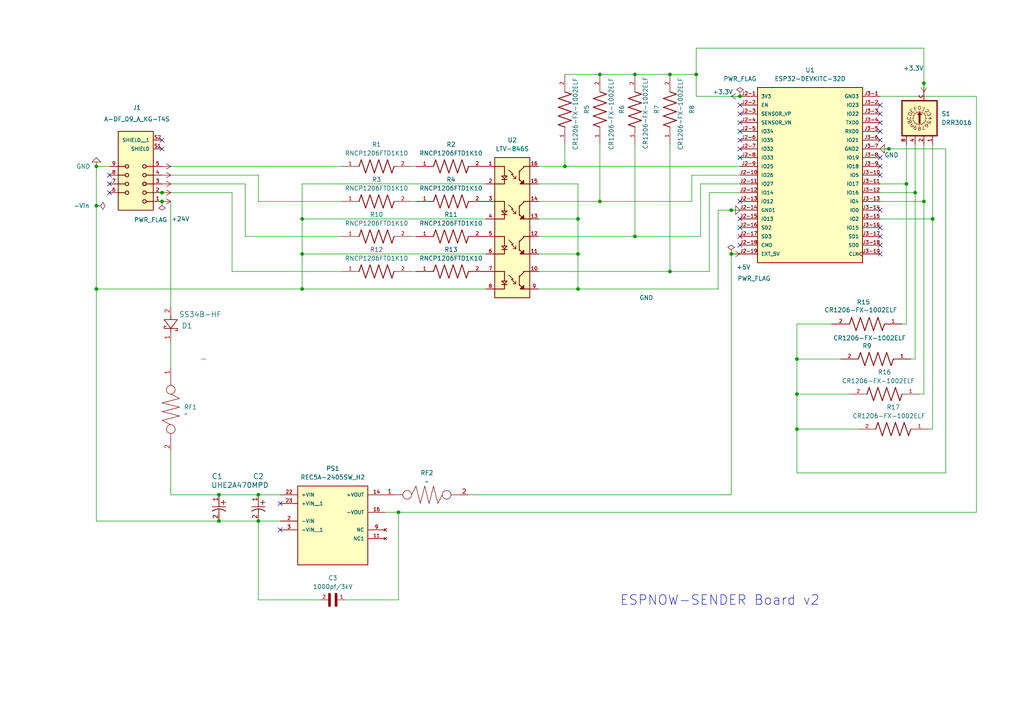
<source format=kicad_sch>
(kicad_sch (version 20250114) (generator "eeschema") (generator_version "9.0")
  (paper "A4")
  (lib_symbols
    (symbol "2025-03-08_07-44-24:SS34B-HF" (pin_names (offset 0.254))
      (property "Reference" "CR" (at 5.08 4.445 0))
      (property "Value" "SS34B-HF" (at 5.08 -3.81 0))
      (symbol "SS34B-HF_0_1"
        (pin unspecified line (at 0 0 0) (length 2.54) (name "") (number "2"))
        (pin unspecified line (at 10.16 0 180) (length 2.54) (name "") (number "1"))
      )
    )
    (symbol "2025-04-04_11-54-12:UHE2A470MPD" (pin_names (offset 0.254))
      (property "Reference" "C" (at 3.81 3.81 0))
      (property "Value" "UHE2A470MPD" (at 3.81 -3.81 0))
      (symbol "UHE2A470MPD_1_1"
        (pin unspecified line (at 0 0 0) (length 2.54) (name "") (number "1"))
        (pin unspecified line (at 7.62 0 180) (length 2.54) (name "") (number "2"))
      )
      (symbol "UHE2A470MPD_1_2"
        (pin unspecified line (at 0 0 270) (length 2.54) (name "") (number "2"))
        (pin unspecified line (at 0 -7.62 90) (length 2.54) (name "") (number "1"))
      )
    )
    (symbol "A-DF_09_A_KG-T4S:A-DF_09_A_KG-T4S" (pin_names (offset 1.016))
      (property "Reference" "J" (at -5.08 10.795 0))
      (property "Value" "A-DF_09_A_KG-T4S" (at -5.08 -15.24 0))
      (symbol "A-DF_09_A_KG-T4S_0_0"
        (pin passive line (at -7.62 7.62 0) (length 2.54) (name "~") (number "1"))
        (pin passive line (at -7.62 5.08 0) (length 2.54) (name "~") (number "2"))
        (pin passive line (at -7.62 2.54 0) (length 2.54) (name "~") (number "3"))
        (pin passive line (at -7.62 0 0) (length 2.54) (name "~") (number "4"))
        (pin passive line (at -7.62 -2.54 0) (length 2.54) (name "~") (number "5"))
        (pin passive line (at -7.62 -7.62 0) (length 2.54) (name "SHIELD") (number "S1"))
        (pin passive line (at -7.62 -10.16 0) (length 2.54) (name "SHIELD__1") (number "S2"))
        (pin passive line (at 7.62 5.08 180) (length 2.54) (name "~") (number "6"))
        (pin passive line (at 7.62 2.54 180) (length 2.54) (name "~") (number "7"))
        (pin passive line (at 7.62 0 180) (length 2.54) (name "~") (number "8"))
        (pin passive line (at 7.62 -2.54 180) (length 2.54) (name "~") (number "9"))
      )
    )
    (symbol "CL31B106KAHNNNE:CL31B106KAHNNNE" (pin_names (offset 1.016))
      (property "Reference" "C" (at 0 3.81 0))
      (property "Value" "CL31B106KAHNNNE" (at 0 -5.08 0))
      (symbol "CL31B106KAHNNNE_0_0"
        (pin passive line (at -2.54 0 0) (length 2.54) (name "~") (number "2"))
        (pin passive line (at 5.08 0 180) (length 2.54) (name "~") (number "1"))
      )
    )
    (symbol "CR1206-FX-1002ELF:CR1206-FX-1002ELF" (pin_names (offset 1.016))
      (property "Reference" "R" (at -7.6244 2.5415 0))
      (property "Value" "CR1206-FX-1002ELF" (at -7.63 -5.0866 0))
      (symbol "CR1206-FX-1002ELF_0_0"
        (pin passive line (at -10.16 0 0) (length 5.08) (name "~") (number "1"))
        (pin passive line (at 10.16 0 180) (length 5.08) (name "~") (number "2"))
      )
    )
    (symbol "DRR3016:DRR3016" (pin_names (offset 1.016))
      (property "Reference" "S" (at -4.4499 -5.0856 90))
      (property "Value" "DRR3016" (at 8.9007 -5.0861 90))
      (symbol "DRR3016_0_0"
        (pin passive line (at -2.54 7.62 270) (length 2.54) (name "~") (number "1"))
        (pin passive line (at 0 7.62 270) (length 2.54) (name "~") (number "2"))
        (pin passive line (at 0 -7.62 90) (length 2.54) (name "~") (number "C"))
        (pin passive line (at 2.54 7.62 270) (length 2.54) (name "~") (number "4"))
        (pin passive line (at 5.08 7.62 270) (length 2.54) (name "~") (number "8"))
      )
    )
    (symbol "ESP32-DEVKITC-32D:ESP32-DEVKITC-32D" (pin_names (offset 1.016))
      (property "Reference" "U" (at -15.2572 26.0643 0))
      (property "Value" "ESP32-DEVKITC-32D" (at -15.2563 -27.9698 0))
      (symbol "ESP32-DEVKITC-32D_0_0"
        (pin power_in line (at -20.32 22.86 0) (length 5.08) (name "3V3") (number "J2-1"))
        (pin input line (at -20.32 20.32 0) (length 5.08) (name "EN") (number "J2-2"))
        (pin input line (at -20.32 17.78 0) (length 5.08) (name "SENSOR_VP") (number "J2-3"))
        (pin input line (at -20.32 15.24 0) (length 5.08) (name "SENSOR_VN") (number "J2-4"))
        (pin bidirectional line (at -20.32 12.7 0) (length 5.08) (name "IO34") (number "J2-5"))
        (pin bidirectional line (at -20.32 10.16 0) (length 5.08) (name "IO35") (number "J2-6"))
        (pin bidirectional line (at -20.32 7.62 0) (length 5.08) (name "IO32") (number "J2-7"))
        (pin bidirectional line (at -20.32 5.08 0) (length 5.08) (name "IO33") (number "J2-8"))
        (pin bidirectional line (at -20.32 2.54 0) (length 5.08) (name "IO25") (number "J2-9"))
        (pin bidirectional line (at -20.32 0 0) (length 5.08) (name "IO26") (number "J2-10"))
        (pin bidirectional line (at -20.32 -2.54 0) (length 5.08) (name "IO27") (number "J2-11"))
        (pin bidirectional line (at -20.32 -5.08 0) (length 5.08) (name "IO14") (number "J2-12"))
        (pin bidirectional line (at -20.32 -7.62 0) (length 5.08) (name "IO12") (number "J2-13"))
        (pin power_in line (at -20.32 -10.16 0) (length 5.08) (name "GND1") (number "J2-14"))
        (pin bidirectional line (at -20.32 -12.7 0) (length 5.08) (name "IO13") (number "J2-15"))
        (pin bidirectional line (at -20.32 -15.24 0) (length 5.08) (name "SD2") (number "J2-16"))
        (pin bidirectional line (at -20.32 -17.78 0) (length 5.08) (name "SD3") (number "J2-17"))
        (pin bidirectional line (at -20.32 -20.32 0) (length 5.08) (name "CMD") (number "J2-18"))
        (pin power_in line (at -20.32 -22.86 0) (length 5.08) (name "EXT_5V") (number "J2-19"))
        (pin power_in line (at 20.32 22.86 180) (length 5.08) (name "GND3") (number "J3-1"))
        (pin bidirectional line (at 20.32 20.32 180) (length 5.08) (name "IO23") (number "J3-2"))
        (pin bidirectional line (at 20.32 17.78 180) (length 5.08) (name "IO22") (number "J3-3"))
        (pin output line (at 20.32 15.24 180) (length 5.08) (name "TXD0") (number "J3-4"))
        (pin input line (at 20.32 12.7 180) (length 5.08) (name "RXD0") (number "J3-5"))
        (pin bidirectional line (at 20.32 10.16 180) (length 5.08) (name "IO21") (number "J3-6"))
        (pin power_in line (at 20.32 7.62 180) (length 5.08) (name "GND2") (number "J3-7"))
        (pin bidirectional line (at 20.32 5.08 180) (length 5.08) (name "IO19") (number "J3-8"))
        (pin bidirectional line (at 20.32 2.54 180) (length 5.08) (name "IO18") (number "J3-9"))
        (pin bidirectional line (at 20.32 0 180) (length 5.08) (name "IO5") (number "J3-10"))
        (pin bidirectional line (at 20.32 -2.54 180) (length 5.08) (name "IO17") (number "J3-11"))
        (pin bidirectional line (at 20.32 -5.08 180) (length 5.08) (name "IO16") (number "J3-12"))
        (pin bidirectional line (at 20.32 -7.62 180) (length 5.08) (name "IO4") (number "J3-13"))
        (pin bidirectional line (at 20.32 -10.16 180) (length 5.08) (name "IO0") (number "J3-14"))
        (pin bidirectional line (at 20.32 -12.7 180) (length 5.08) (name "IO2") (number "J3-15"))
        (pin bidirectional line (at 20.32 -15.24 180) (length 5.08) (name "IO15") (number "J3-16"))
        (pin bidirectional line (at 20.32 -17.78 180) (length 5.08) (name "SD1") (number "J3-17"))
        (pin bidirectional line (at 20.32 -20.32 180) (length 5.08) (name "SD0") (number "J3-18"))
        (pin input clock (at 20.32 -22.86 180) (length 5.08) (name "CLK") (number "J3-19"))
      )
    )
    (symbol "LTV-846S:LTV-846S" (pin_names (offset 1.016))
      (property "Reference" "U" (at -5.08 21.082 0))
      (property "Value" "LTV-846S" (at -5.08 -22.86 0))
      (symbol "LTV-846S_0_0"
        (pin passive line (at -7.62 17.78 0) (length 2.54) (name "~") (number "1"))
        (pin passive line (at -7.62 12.7 0) (length 2.54) (name "~") (number "2"))
        (pin passive line (at -7.62 7.62 0) (length 2.54) (name "~") (number "3"))
        (pin passive line (at -7.62 2.54 0) (length 2.54) (name "~") (number "4"))
        (pin passive line (at -7.62 -2.54 0) (length 2.54) (name "~") (number "5"))
        (pin passive line (at -7.62 -7.62 0) (length 2.54) (name "~") (number "6"))
        (pin passive line (at -7.62 -12.7 0) (length 2.54) (name "~") (number "7"))
        (pin passive line (at -7.62 -17.78 0) (length 2.54) (name "~") (number "8"))
        (pin passive line (at 7.62 17.78 180) (length 2.54) (name "~") (number "16"))
        (pin passive line (at 7.62 12.7 180) (length 2.54) (name "~") (number "15"))
        (pin passive line (at 7.62 7.62 180) (length 2.54) (name "~") (number "14"))
        (pin passive line (at 7.62 2.54 180) (length 2.54) (name "~") (number "13"))
        (pin passive line (at 7.62 -2.54 180) (length 2.54) (name "~") (number "12"))
        (pin passive line (at 7.62 -7.62 180) (length 2.54) (name "~") (number "11"))
        (pin passive line (at 7.62 -12.7 180) (length 2.54) (name "~") (number "10"))
        (pin passive line (at 7.62 -17.78 180) (length 2.54) (name "~") (number "9"))
      )
    )
    (symbol "REC5A-2405SW_H2:REC5A-2405SW_H2" (pin_names (offset 1.016))
      (property "Reference" "PS" (at -10.1639 8.8979 0))
      (property "Value" "REC5A-2405SW_H2" (at -10.1614 -17.7827 0))
      (symbol "REC5A-2405SW_H2_0_0"
        (pin input line (at -15.24 5.08 0) (length 5.08) (name "+VIN") (number "22"))
        (pin input line (at -15.24 2.54 0) (length 5.08) (name "+VIN__1") (number "23"))
        (pin input line (at -15.24 -2.54 0) (length 5.08) (name "-VIN") (number "2"))
        (pin input line (at -15.24 -5.08 0) (length 5.08) (name "-VIN__1") (number "3"))
        (pin output line (at 15.24 5.08 180) (length 5.08) (name "+VOUT") (number "14"))
        (pin output line (at 15.24 0 180) (length 5.08) (name "-VOUT") (number "16"))
        (pin no_connect line (at 15.24 -5.08 180) (length 5.08) (name "NC") (number "9"))
        (pin no_connect line (at 15.24 -7.62 180) (length 5.08) (name "NC1") (number "11"))
      )
    )
    (symbol "RNCP1206FTD1K10:RNCP1206FTD1K10" (pin_names (offset 1.016))
      (property "Reference" "R" (at -7.6244 2.5415 0))
      (property "Value" "RNCP1206FTD1K10" (at -7.63 -5.0866 0))
      (symbol "RNCP1206FTD1K10_0_0"
        (pin passive line (at -10.16 0 0) (length 5.08) (name "~") (number "1"))
        (pin passive line (at 10.16 0 180) (length 5.08) (name "~") (number "2"))
      )
    )
    (symbol "custom_library:reset_fuse"
      (property "Reference" "RF" (at 0 3.81 0))
      (symbol "reset_fuse_1_1"
        (pin bidirectional line (at -12.7 0 0) (length 2.54) (name "") (number "1"))
        (pin bidirectional line (at 11.43 0 180) (length 2.54) (name "") (number "2"))
      )
    )
    (symbol "power:+24V" (power) (pin_numbers (hide yes)) (pin_names (offset 0) (hide yes))
      (property "Value" "+24V" (at 0 3.556 0))
      (symbol "+24V_1_1"
        (pin power_in line (at 0 0 90) (length 0) (name "~") (number "1"))
      )
    )
    (symbol "power:+3.3V" (power) (pin_numbers (hide yes)) (pin_names (offset 0) (hide yes))
      (property "Value" "+3.3V" (at 0 3.556 0))
      (symbol "+3.3V_1_1"
        (pin power_in line (at 0 0 90) (length 0) (name "~") (number "1"))
      )
    )
    (symbol "power:+5V" (power) (pin_numbers (hide yes)) (pin_names (offset 0) (hide yes))
      (property "Value" "+5V" (at 0 3.556 0))
      (symbol "+5V_1_1"
        (pin power_in line (at 0 0 90) (length 0) (name "~") (number "1"))
      )
    )
    (symbol "power:GND" (power) (pin_numbers (hide yes)) (pin_names (offset 0) (hide yes))
      (property "Value" "GND" (at 0 -3.81 0))
      (symbol "GND_1_1"
        (pin power_in line (at 0 0 270) (length 0) (name "~") (number "1"))
      )
    )
    (symbol "power:PWR_FLAG" (power) (pin_numbers (hide yes)) (pin_names (offset 0) (hide yes))
      (property "Value" "PWR_FLAG" (at 0 3.81 0))
      (symbol "PWR_FLAG_0_0"
        (pin power_out line (at 0 0 90) (length 0) (name "~") (number "1"))
      )
    )
  )
  (text "ESPNOW-SENDER Board v2\n" (at 208.788 174.244 0) (effects (font (size 2.794 2.794))))
  (junction (at 262.89 53.34))
  (junction (at 27.94 48.26))
  (junction (at 46.99 55.88))
  (junction (at 231.14 124.46))
  (junction (at 265.43 55.88))
  (junction (at 74.93 151.13))
  (junction (at 194.31 78.74))
  (junction (at 173.99 58.42))
  (junction (at 184.15 68.58))
  (junction (at 63.5 143.51))
  (junction (at 115.57 148.59))
  (junction (at 167.64 73.66))
  (junction (at 212.09 60.96))
  (junction (at 87.63 63.5))
  (junction (at 167.64 83.82))
  (junction (at 27.94 83.82))
  (junction (at 257.81 43.18))
  (junction (at 87.63 73.66))
  (junction (at 27.94 59.69))
  (junction (at 63.5 151.13))
  (junction (at 167.64 63.5))
  (junction (at 184.15 21.59))
  (junction (at 46.99 58.42))
  (junction (at 212.09 73.66))
  (junction (at 194.31 21.59))
  (junction (at 270.51 63.5))
  (junction (at 267.97 24.13))
  (junction (at 74.93 143.51))
  (junction (at 173.99 21.59))
  (junction (at 163.83 48.26))
  (junction (at 231.14 104.14))
  (junction (at 267.97 58.42))
  (junction (at 201.93 21.59))
  (junction (at 231.14 114.3))
  (junction (at 87.63 83.82))
  (junction (at 214.63 27.94))
  (no_connect (at 255.27 71.12))
  (no_connect (at 255.27 48.26))
  (no_connect (at 214.63 30.48))
  (no_connect (at 214.63 68.58))
  (no_connect (at 255.27 38.1))
  (no_connect (at 214.63 71.12))
  (no_connect (at 214.63 35.56))
  (no_connect (at 255.27 68.58))
  (no_connect (at 255.27 60.96))
  (no_connect (at 255.27 45.72))
  (no_connect (at 255.27 35.56))
  (no_connect (at 31.75 53.34))
  (no_connect (at 255.27 66.04))
  (no_connect (at 214.63 58.42))
  (no_connect (at 255.27 73.66))
  (no_connect (at 255.27 30.48))
  (no_connect (at 214.63 40.64))
  (no_connect (at 255.27 50.8))
  (no_connect (at 214.63 38.1))
  (no_connect (at 46.99 40.64))
  (no_connect (at 214.63 63.5))
  (no_connect (at 214.63 45.72))
  (no_connect (at 81.28 146.05))
  (no_connect (at 255.27 40.64))
  (no_connect (at 214.63 33.02))
  (no_connect (at 46.99 43.18))
  (no_connect (at 31.75 50.8))
  (no_connect (at 81.28 153.67))
  (no_connect (at 214.63 43.18))
  (no_connect (at 214.63 66.04))
  (no_connect (at 31.75 55.88))
  (no_connect (at 255.27 33.02))
  (wire (pts (xy 231.14 124.46) (xy 231.14 137.16)))
  (wire (pts (xy 135.89 143.51) (xy 212.09 143.51)))
  (wire (pts (xy 267.97 114.3) (xy 266.7 114.3)))
  (wire (pts (xy 49.53 55.88) (xy 67.31 55.88)))
  (wire (pts (xy 212.09 60.96) (xy 208.28 60.96)))
  (wire (pts (xy 267.97 13.97) (xy 267.97 24.13)))
  (wire (pts (xy 87.63 53.34) (xy 87.63 63.5)))
  (wire (pts (xy 49.53 143.51) (xy 63.5 143.51)))
  (wire (pts (xy 246.38 114.3) (xy 231.14 114.3)))
  (wire (pts (xy 167.64 83.82) (xy 208.28 83.82)))
  (wire (pts (xy 262.89 53.34) (xy 262.89 41.91)))
  (wire (pts (xy 49.53 130.81) (xy 49.53 143.51)))
  (wire (pts (xy 49.53 48.26) (xy 99.06 48.26)))
  (wire (pts (xy 115.57 148.59) (xy 111.76 148.59)))
  (wire (pts (xy 267.97 24.13) (xy 267.97 26.67)))
  (wire (pts (xy 201.93 21.59) (xy 201.93 27.94)))
  (wire (pts (xy 231.14 114.3) (xy 231.14 124.46)))
  (wire (pts (xy 156.21 63.5) (xy 167.64 63.5)))
  (wire (pts (xy 212.09 60.96) (xy 214.63 60.96)))
  (wire (pts (xy 173.99 58.42) (xy 200.66 58.42)))
  (wire (pts (xy 49.53 53.34) (xy 71.12 53.34)))
  (wire (pts (xy 262.89 93.98) (xy 262.89 53.34)))
  (wire (pts (xy 184.15 68.58) (xy 203.2 68.58)))
  (wire (pts (xy 115.57 173.99) (xy 115.57 148.59)))
  (wire (pts (xy 156.21 78.74) (xy 194.31 78.74)))
  (wire (pts (xy 140.97 73.66) (xy 87.63 73.66)))
  (wire (pts (xy 119.38 68.58) (xy 120.65 68.58)))
  (wire (pts (xy 241.3 93.98) (xy 231.14 93.98)))
  (wire (pts (xy 173.99 21.59) (xy 184.15 21.59)))
  (wire (pts (xy 74.93 173.99) (xy 92.71 173.99)))
  (wire (pts (xy 74.93 173.99) (xy 74.93 151.13)))
  (wire (pts (xy 255.27 55.88) (xy 265.43 55.88)))
  (wire (pts (xy 156.21 73.66) (xy 167.64 73.66)))
  (wire (pts (xy 63.5 143.51) (xy 74.93 143.51)))
  (wire (pts (xy 205.74 55.88) (xy 205.74 78.74)))
  (wire (pts (xy 140.97 63.5) (xy 87.63 63.5)))
  (wire (pts (xy 163.83 21.59) (xy 173.99 21.59)))
  (wire (pts (xy 267.97 58.42) (xy 267.97 41.91)))
  (wire (pts (xy 27.94 83.82) (xy 87.63 83.82)))
  (wire (pts (xy 262.89 93.98) (xy 261.62 93.98)))
  (wire (pts (xy 156.21 53.34) (xy 167.64 53.34)))
  (wire (pts (xy 231.14 124.46) (xy 248.92 124.46)))
  (wire (pts (xy 257.81 43.18) (xy 274.32 43.18)))
  (wire (pts (xy 27.94 59.69) (xy 27.94 83.82)))
  (wire (pts (xy 283.21 148.59) (xy 115.57 148.59)))
  (wire (pts (xy 100.33 173.99) (xy 115.57 173.99)))
  (wire (pts (xy 140.97 83.82) (xy 87.63 83.82)))
  (wire (pts (xy 49.53 50.8) (xy 74.93 50.8)))
  (wire (pts (xy 163.83 41.91) (xy 163.83 48.26)))
  (wire (pts (xy 156.21 68.58) (xy 184.15 68.58)))
  (wire (pts (xy 257.81 43.18) (xy 255.27 43.18)))
  (wire (pts (xy 67.31 55.88) (xy 67.31 78.74)))
  (wire (pts (xy 270.51 124.46) (xy 269.24 124.46)))
  (wire (pts (xy 255.27 58.42) (xy 267.97 58.42)))
  (wire (pts (xy 274.32 137.16) (xy 274.32 43.18)))
  (wire (pts (xy 120.65 48.26) (xy 119.38 48.26)))
  (wire (pts (xy 200.66 58.42) (xy 200.66 50.8)))
  (wire (pts (xy 49.53 106.68) (xy 49.53 99.06)))
  (wire (pts (xy 87.63 63.5) (xy 87.63 73.66)))
  (wire (pts (xy 212.09 73.66) (xy 214.63 73.66)))
  (wire (pts (xy 283.21 27.94) (xy 283.21 148.59)))
  (wire (pts (xy 203.2 68.58) (xy 203.2 53.34)))
  (wire (pts (xy 270.51 63.5) (xy 270.51 41.91)))
  (wire (pts (xy 163.83 48.26) (xy 214.63 48.26)))
  (wire (pts (xy 255.27 63.5) (xy 270.51 63.5)))
  (wire (pts (xy 74.93 151.13) (xy 63.5 151.13)))
  (wire (pts (xy 87.63 73.66) (xy 87.63 83.82)))
  (wire (pts (xy 49.53 58.42) (xy 49.53 88.9)))
  (wire (pts (xy 267.97 114.3) (xy 267.97 58.42)))
  (wire (pts (xy 194.31 78.74) (xy 205.74 78.74)))
  (wire (pts (xy 167.64 73.66) (xy 167.64 83.82)))
  (wire (pts (xy 201.93 13.97) (xy 267.97 13.97)))
  (wire (pts (xy 167.64 53.34) (xy 167.64 63.5)))
  (wire (pts (xy 194.31 41.91) (xy 194.31 78.74)))
  (wire (pts (xy 81.28 151.13) (xy 74.93 151.13)))
  (wire (pts (xy 74.93 50.8) (xy 74.93 58.42)))
  (wire (pts (xy 74.93 58.42) (xy 99.06 58.42)))
  (wire (pts (xy 203.2 53.34) (xy 214.63 53.34)))
  (wire (pts (xy 201.93 27.94) (xy 214.63 27.94)))
  (wire (pts (xy 67.31 78.74) (xy 99.06 78.74)))
  (wire (pts (xy 265.43 104.14) (xy 264.16 104.14)))
  (wire (pts (xy 265.43 55.88) (xy 265.43 104.14)))
  (wire (pts (xy 63.5 151.13) (xy 27.94 151.13)))
  (wire (pts (xy 205.74 55.88) (xy 214.63 55.88)))
  (wire (pts (xy 231.14 137.16) (xy 274.32 137.16)))
  (wire (pts (xy 167.64 63.5) (xy 167.64 73.66)))
  (wire (pts (xy 167.64 83.82) (xy 156.21 83.82)))
  (wire (pts (xy 201.93 13.97) (xy 201.93 21.59)))
  (wire (pts (xy 140.97 53.34) (xy 87.63 53.34)))
  (wire (pts (xy 200.66 50.8) (xy 214.63 50.8)))
  (wire (pts (xy 156.21 58.42) (xy 173.99 58.42)))
  (wire (pts (xy 231.14 93.98) (xy 231.14 104.14)))
  (wire (pts (xy 71.12 68.58) (xy 99.06 68.58)))
  (wire (pts (xy 119.38 78.74) (xy 120.65 78.74)))
  (wire (pts (xy 231.14 104.14) (xy 231.14 114.3)))
  (wire (pts (xy 265.43 55.88) (xy 265.43 41.91)))
  (wire (pts (xy 58.42 104.14) (xy 59.69 104.14)))
  (wire (pts (xy 194.31 21.59) (xy 201.93 21.59)))
  (wire (pts (xy 255.27 27.94) (xy 283.21 27.94)))
  (wire (pts (xy 255.27 53.34) (xy 262.89 53.34)))
  (wire (pts (xy 74.93 143.51) (xy 81.28 143.51)))
  (wire (pts (xy 27.94 48.26) (xy 27.94 59.69)))
  (wire (pts (xy 156.21 48.26) (xy 163.83 48.26)))
  (wire (pts (xy 31.75 48.26) (xy 27.94 48.26)))
  (wire (pts (xy 243.84 104.14) (xy 231.14 104.14)))
  (wire (pts (xy 119.38 58.42) (xy 120.65 58.42)))
  (wire (pts (xy 184.15 21.59) (xy 194.31 21.59)))
  (wire (pts (xy 173.99 41.91) (xy 173.99 58.42)))
  (wire (pts (xy 184.15 41.91) (xy 184.15 68.58)))
  (wire (pts (xy 71.12 53.34) (xy 71.12 68.58)))
  (wire (pts (xy 270.51 124.46) (xy 270.51 63.5)))
  (wire (pts (xy 212.09 73.66) (xy 212.09 143.51)))
  (wire (pts (xy 208.28 60.96) (xy 208.28 83.82)))
  (wire (pts (xy 46.99 55.88) (xy 43.18 55.88)))
  (wire (pts (xy 27.94 83.82) (xy 27.94 151.13)))
  (symbol (lib_id "ESP32-DEVKITC-32D:ESP32-DEVKITC-32D") (at 234.95 50.8 0) (unit 1)
    (property "Reference" "U1" (at 234.95 20.32 0))
    (property "Value" "ESP32-DEVKITC-32D" (at 234.95 22.86 0))
    (property "Footprint" "ESP32-DEVKITC-32D:MODULE_ESP32-DEVKITC-32D" (effects (hide yes)))
    (property "MF" "Espressif Systems" (effects (hide yes)))
    (property "MAXIMUM_PACKAGE_HEIGHT" "N/A" (effects (hide yes)))
    (property "Package" "None" (effects (hide yes)))
    (property "Price" "None" (effects (hide yes)))
    (property "Check_prices" "https://www.snapeda.com/parts/ESP32-DEVKITC-32D/Espressif+Systems/view-part/?ref=eda" (effects (hide yes)))
    (property "STANDARD" "Manufacturer Recommendations" (effects (hide yes)))
    (property "PARTREV" "V4" (effects (hide yes)))
    (property "SnapEDA_Link" "https://www.snapeda.com/parts/ESP32-DEVKITC-32D/Espressif+Systems/view-part/?ref=snap" (effects (hide yes)))
    (property "MP" "ESP32-DEVKITC-32D" (effects (hide yes)))
    (property "Description_1" "WiFi Development Tools (802.11) ESP32 General Development Kit, ESP32-WROOM-32D on the board" (effects (hide yes)))
    (property "MANUFACTURER" "Espressif Systems" (effects (hide yes)))
    (property "Availability" "In Stock" (effects (hide yes)))
    (property "SNAPEDA_PN" "ESP32-DEVKITC-32D" (effects (hide yes)))
  )
  (symbol (lib_id "power:PWR_FLAG") (at 46.99 58.42 180) (unit 1)
    (property "Reference" "#FLG02" (effects (hide yes)))
    (property "Value" "PWR_FLAG" (at 48.514 63.754 0) (effects (justify left)))
    (property "Description" "Special symbol for telling ERC where power comes from" (effects (hide yes)))
  )
  (symbol (lib_id "power:+24V") (at 46.99 53.34 270) (unit 1)
    (property "Reference" "#PWR07" (effects (hide yes)))
    (property "Value" "+24V" (effects (hide yes)))
    (property "Description" "Power symbol creates a global label with name \"+24V\"" (effects (hide yes)))
  )
  (symbol (lib_id "power:PWR_FLAG") (at 212.09 73.66 0) (unit 1)
    (property "Reference" "#FLG03" (effects (hide yes)))
    (property "Value" "PWR_FLAG" (at 218.694 80.772 0))
    (property "Description" "Special symbol for telling ERC where power comes from" (effects (hide yes)))
  )
  (symbol (lib_id "RNCP1206FTD1K10:RNCP1206FTD1K10") (at 130.81 78.74 0) (unit 1)
    (property "Reference" "R13" (at 130.81 72.39 0))
    (property "Value" "RNCP1206FTD1K10" (at 130.81 74.93 0))
    (property "Footprint" "RNCP1206FTD1K10:RESC3115X60N" (effects (hide yes)))
  )
  (symbol (lib_id "RNCP1206FTD1K10:RNCP1206FTD1K10") (at 109.22 58.42 0) (unit 1)
    (property "Reference" "R3" (at 109.22 52.07 0))
    (property "Value" "RNCP1206FTD1K10" (at 109.22 54.61 0))
    (property "Footprint" "RNCP1206FTD1K10:RESC3115X60N" (effects (hide yes)))
  )
  (symbol (lib_id "CL31B106KAHNNNE:CL31B106KAHNNNE") (at 95.25 173.99 0) (unit 1)
    (property "Reference" "C3" (at 96.52 167.64 0))
    (property "Value" "1000pf/3kV" (at 96.52 170.18 0))
    (property "Footprint" "CL31B106KAHNNNE:CAPC3216X180N" (effects (hide yes)))
  )
  (symbol (lib_id "CR1206-FX-1002ELF:CR1206-FX-1002ELF") (at 184.15 31.75 90) (unit 1)
    (property "Reference" "R7" (at 190.5 31.75 0))
    (property "Value" "CR1206-FX-1002ELF" (at 187.198 32.766 0))
    (property "Footprint" "CR1206_FX_1002ELF:RESC3216X75N" (effects (hide yes)))
  )
  (symbol (lib_id "CR1206-FX-1002ELF:CR1206-FX-1002ELF") (at 251.46 93.98 180) (unit 1)
    (property "Reference" "R9" (at 251.46 100.33 0))
    (property "Value" "CR1206-FX-1002ELF" (at 249.682 89.916 0))
    (property "Footprint" "CR1206_FX_1002ELF:RESC3216X75N" (effects (hide yes)))
  )
  (symbol (lib_id "power:+3.3V") (at 267.97 24.13 180) (unit 1)
    (property "Reference" "#PWR013" (effects (hide yes)))
    (property "Value" "+3.3V" (at 264.922 19.812 0))
    (property "Description" "Power symbol creates a global label with name \"+3.3V\"" (effects (hide yes)))
  )
  (symbol (lib_id "A-DF_09_A_KG-T4S:A-DF_09_A_KG-T4S") (at 39.37 50.8 180) (unit 1)
    (property "Reference" "J1" (at 40.894 31.242 0) (effects (justify left)))
    (property "Value" "A-DF_09_A_KG-T4S" (at 49.276 34.544 0) (effects (justify left)))
    (property "Footprint" "A_DF_09_A_KG_T4S:ASSMANN_A-DF_09_A_KG-T4S" (effects (hide yes)))
    (property "PARTREV" "05" (effects (hide yes)))
    (property "MANUFACTURER" "Assmann WSW Components" (effects (hide yes)))
    (property "MAXIMUM_PACKAGE_HEIGHT" "12.8mm" (effects (hide yes)))
    (property "STANDARD" "Manufacturer Recommendations" (effects (hide yes)))
  )
  (symbol (lib_id "CR1206-FX-1002ELF:CR1206-FX-1002ELF") (at 259.08 124.46 180) (unit 1)
    (property "Reference" "R17" (at 259.08 118.11 0))
    (property "Value" "CR1206-FX-1002ELF" (at 257.81 120.65 0))
    (property "Footprint" "CR1206_FX_1002ELF:RESC3216X75N" (effects (hide yes)))
  )
  (symbol (lib_id "custom_library:reset_fuse") (at 124.46 143.51 0) (unit 1)
    (property "Reference" "RF2" (at 123.825 137.16 0))
    (property "Value" "~" (at 123.825 139.7 0))
  )
  (symbol (lib_id "RNCP1206FTD1K10:RNCP1206FTD1K10") (at 109.22 48.26 0) (unit 1)
    (property "Reference" "R1" (at 109.22 41.91 0))
    (property "Value" "RNCP1206FTD1K10" (at 109.22 44.45 0))
    (property "Footprint" "RNCP1206FTD1K10:RESC3115X60N" (effects (hide yes)))
  )
  (symbol (lib_id "CR1206-FX-1002ELF:CR1206-FX-1002ELF") (at 194.31 31.75 90) (unit 1)
    (property "Reference" "R8" (at 200.66 31.75 0))
    (property "Value" "CR1206-FX-1002ELF" (at 197.358 33.02 0))
    (property "Footprint" "CR1206_FX_1002ELF:RESC3216X75N" (effects (hide yes)))
  )
  (symbol (lib_id "power:+3.3V") (at 214.63 27.94 90) (unit 1)
    (property "Reference" "#PWR03" (effects (hide yes)))
    (property "Value" "+3.3V" (at 212.598 26.67 90) (effects (justify left)))
    (property "Description" "Power symbol creates a global label with name \"+3.3V\"" (effects (hide yes)))
  )
  (symbol (lib_id "2025-04-04_11-54-12:UHE2A470MPD") (at 63.5 143.51 270) (unit 1)
    (property "Reference" "C1" (at 62.992 138.176 90) (effects (font (size 1.524 1.524))))
    (property "Value" "UHE2A470MPD" (at 69.596 140.716 90) (effects (font (size 1.524 1.524))))
    (property "Footprint" "PCAP_10x12_5-THRU-ELECT_NCA" (effects (hide yes)))
    (property "Datasheet" "UHE2A470MPD" (effects (hide yes)))
  )
  (symbol (lib_id "power:+24V") (at 46.99 55.88 270) (unit 1)
    (property "Reference" "#PWR06" (effects (hide yes)))
    (property "Value" "+24V" (effects (hide yes)))
    (property "Description" "Power symbol creates a global label with name \"+24V\"" (effects (hide yes)))
  )
  (symbol (lib_id "CR1206-FX-1002ELF:CR1206-FX-1002ELF") (at 173.99 31.75 90) (unit 1)
    (property "Reference" "R6" (at 180.34 31.75 0))
    (property "Value" "CR1206-FX-1002ELF" (at 177.292 33.02 0))
    (property "Footprint" "CR1206_FX_1002ELF:RESC3216X75N" (effects (hide yes)))
  )
  (symbol (lib_id "RNCP1206FTD1K10:RNCP1206FTD1K10") (at 130.81 68.58 0) (unit 1)
    (property "Reference" "R11" (at 130.81 62.23 0))
    (property "Value" "RNCP1206FTD1K10" (at 130.81 64.77 0))
    (property "Footprint" "RNCP1206FTD1K10:RESC3115X60N" (effects (hide yes)))
  )
  (symbol (lib_id "power:PWR_FLAG") (at 214.63 27.94 0) (unit 1)
    (property "Reference" "#FLG04" (effects (hide yes)))
    (property "Value" "PWR_FLAG" (at 214.63 22.86 0))
    (property "Description" "Special symbol for telling ERC where power comes from" (effects (hide yes)))
  )
  (symbol (lib_id "power:PWR_FLAG") (at 27.94 59.69 270) (unit 1)
    (property "Reference" "#FLG01" (effects (hide yes)))
    (property "Value" "-Vin" (at 21.336 59.69 90) (effects (justify left)))
    (property "Description" "Special symbol for telling ERC where power comes from" (effects (hide yes)))
  )
  (symbol (lib_id "2025-03-08_07-44-24:SS34B-HF") (at 49.53 88.9 270) (unit 1)
    (property "Reference" "D1" (at 55.88 94.488 90) (effects (font (size 1.524 1.524)) (justify right)))
    (property "Value" "SS34B-HF" (at 64.262 91.186 90) (effects (font (size 1.524 1.524)) (justify right)))
    (property "Footprint" "SS34B_HF:DO214AASMB_CIP" (effects (hide yes)))
    (property "Datasheet" "SS34B-HF" (effects (hide yes)))
  )
  (symbol (lib_id "power:+24V") (at 46.99 48.26 270) (unit 1)
    (property "Reference" "#PWR09" (effects (hide yes)))
    (property "Value" "+24V" (effects (hide yes)))
    (property "Description" "Power symbol creates a global label with name \"+24V\"" (effects (hide yes)))
  )
  (symbol (lib_id "DRR3016:DRR3016") (at 267.97 34.29 180) (unit 1)
    (property "Reference" "S1" (at 273.05 33.0199 0) (effects (justify right)))
    (property "Value" "DRR3016" (at 273.05 35.5599 0) (effects (justify right)))
    (property "Footprint" "DRR3016:DRR3010" (effects (hide yes)))
    (property "MF" "Knitter Switch" (effects (hide yes)))
    (property "Description_1" "Dip Switch Hexadecimal 16 Position Through Hole, Right Angle Rotary for Tool Actuator 30mA 15VDC" (effects (hide yes)))
    (property "Package" "None" (effects (hide yes)))
    (property "MPN" "DRR3016" (effects (hide yes)))
    (property "Price" "None" (effects (hide yes)))
    (property "OC_FARNELL" "9810439" (effects (hide yes)))
    (property "SnapEDA_Link" "https://www.snapeda.com/parts/DRR3016/Knitter+Switch/view-part/?ref=snap" (effects (hide yes)))
    (property "MP" "DRR3016" (effects (hide yes)))
    (property "OC_NEWARK" "96K8699" (effects (hide yes)))
    (property "Availability" "In Stock" (effects (hide yes)))
    (property "Check_prices" "https://www.snapeda.com/parts/DRR3016/Knitter+Switch/view-part/?ref=eda" (effects (hide yes)))
  )
  (symbol (lib_id "power:+24V") (at 46.99 50.8 270) (unit 1)
    (property "Reference" "#PWR08" (effects (hide yes)))
    (property "Value" "+24V" (effects (hide yes)))
    (property "Description" "Power symbol creates a global label with name \"+24V\"" (effects (hide yes)))
  )
  (symbol (lib_id "REC5A-2405SW_H2:REC5A-2405SW_H2") (at 96.52 148.59 0) (unit 1)
    (property "Reference" "PS1" (at 96.52 135.89 0))
    (property "Value" "REC5A-2405SW_H2" (at 96.52 138.43 0))
    (property "Footprint" "REC5A-2405SW_H2:CONV_REC5A-2405SW_H2" (effects (hide yes)))
    (property "PARTREV" "N/A" (effects (hide yes)))
    (property "STANDARD" "Manufacturer Recommendations" (effects (hide yes)))
    (property "MAXIMUM_PACKAGE_HEIGHT" "10.20mm" (effects (hide yes)))
    (property "MANUFACTURER" "RECOM" (effects (hide yes)))
  )
  (symbol (lib_id "CR1206-FX-1002ELF:CR1206-FX-1002ELF") (at 256.54 114.3 180) (unit 1)
    (property "Reference" "R16" (at 256.54 107.95 0))
    (property "Value" "CR1206-FX-1002ELF" (at 254.762 110.49 0))
    (property "Footprint" "CR1206_FX_1002ELF:RESC3216X75N" (effects (hide yes)))
  )
  (symbol (lib_id "power:+5V") (at 212.09 73.66 270) (unit 1)
    (property "Reference" "#PWR011" (effects (hide yes)))
    (property "Value" "+5V" (at 213.614 77.47 90) (effects (justify left)))
    (property "Description" "Power symbol creates a global label with name \"+5V\"" (effects (hide yes)))
  )
  (symbol (lib_id "LTV-846S:LTV-846S") (at 148.59 66.04 0) (unit 1)
    (property "Reference" "U2" (at 148.59 40.64 0))
    (property "Value" "LTV-846S" (at 148.59 43.18 0))
    (property "Footprint" "LTV_846S:SOIC254P1016X460-16N" (effects (hide yes)))
    (property "PARTREV" "H" (effects (hide yes)))
    (property "MANUFACTURER" "Lite-on" (effects (hide yes)))
    (property "MAXIMUM_PACKAGE_HEIGHT" "4.6mm" (effects (hide yes)))
    (property "STANDARD" "IPC-7351B" (effects (hide yes)))
  )
  (symbol (lib_id "RNCP1206FTD1K10:RNCP1206FTD1K10") (at 109.22 68.58 0) (unit 1)
    (property "Reference" "R10" (at 109.22 62.23 0))
    (property "Value" "RNCP1206FTD1K10" (at 109.22 64.77 0))
    (property "Footprint" "RNCP1206FTD1K10:RESC3115X60N" (effects (hide yes)))
  )
  (symbol (lib_id "power:GND") (at 257.81 43.18 270) (unit 1)
    (property "Reference" "#PWR05" (effects (hide yes)))
    (property "Value" "GND" (at 260.604 44.958 90) (effects (justify right)))
    (property "Description" "Power symbol creates a global label with name \"GND\" , ground" (effects (hide yes)))
  )
  (symbol (lib_id "RNCP1206FTD1K10:RNCP1206FTD1K10") (at 130.81 48.26 0) (unit 1)
    (property "Reference" "R2" (at 130.81 41.91 0))
    (property "Value" "RNCP1206FTD1K10" (at 130.81 44.45 0))
    (property "Footprint" "RNCP1206FTD1K10:RESC3115X60N" (effects (hide yes)))
  )
  (symbol (lib_id "RNCP1206FTD1K10:RNCP1206FTD1K10") (at 130.81 58.42 0) (unit 1)
    (property "Reference" "R4" (at 130.81 52.07 0))
    (property "Value" "RNCP1206FTD1K10" (at 130.81 54.61 0))
    (property "Footprint" "RNCP1206FTD1K10:RESC3115X60N" (effects (hide yes)))
  )
  (symbol (lib_id "custom_library:reset_fuse") (at 49.53 119.38 270) (unit 1)
    (property "Reference" "RF1" (at 53.34 118.1099 90) (effects (justify left)))
    (property "Value" "~" (at 53.34 120.015 90) (effects (justify left)))
  )
  (symbol (lib_id "CR1206-FX-1002ELF:CR1206-FX-1002ELF") (at 254 104.14 180) (unit 1)
    (property "Reference" "R15" (at 250.444 87.63 0))
    (property "Value" "CR1206-FX-1002ELF" (at 252.222 98.044 0))
    (property "Footprint" "CR1206_FX_1002ELF:RESC3216X75N" (effects (hide yes)))
  )
  (symbol (lib_id "CR1206-FX-1002ELF:CR1206-FX-1002ELF") (at 163.83 31.75 90) (unit 1)
    (property "Reference" "R5" (at 170.18 31.75 0))
    (property "Value" "CR1206-FX-1002ELF" (at 166.878 33.02 0))
    (property "Footprint" "CR1206_FX_1002ELF:RESC3216X75N" (effects (hide yes)))
  )
  (symbol (lib_id "power:GND") (at 212.09 60.96 90) (unit 1)
    (property "Reference" "#PWR022" (effects (hide yes)))
    (property "Value" "GND" (at 185.42 86.36 90) (effects (justify right)))
    (property "Description" "Power symbol creates a global label with name \"GND\" , ground" (effects (hide yes)))
  )
  (symbol (lib_id "RNCP1206FTD1K10:RNCP1206FTD1K10") (at 109.22 78.74 0) (unit 1)
    (property "Reference" "R12" (at 109.22 72.39 0))
    (property "Value" "RNCP1206FTD1K10" (at 109.22 74.93 0))
    (property "Footprint" "RNCP1206FTD1K10:RESC3115X60N" (effects (hide yes)))
  )
  (symbol (lib_id "2025-04-04_11-54-12:UHE2A470MPD") (at 74.93 143.51 270) (unit 1)
    (property "Reference" "C2" (at 74.93 138.176 90) (effects (font (size 1.524 1.524))))
    (property "Value" "UHE2A470MPD" (effects (hide yes)))
    (property "Footprint" "PCAP_10x12_5-THRU-ELECT_NCA" (effects (hide yes)))
    (property "Datasheet" "UHE2A470MPD" (effects (hide yes)))
  )
  (symbol (lib_id "power:GND") (at 27.94 48.26 180) (unit 1)
    (property "Reference" "#PWR01" (effects (hide yes)))
    (property "Value" "GND" (at 22.098 48.26 0) (effects (justify right)))
    (property "Description" "Power symbol creates a global label with name \"GND\" , ground" (effects (hide yes)))
  )
  (symbol (lib_id "power:+24V") (at 46.99 58.42 270) (unit 1)
    (property "Reference" "#PWR04" (effects (hide yes)))
    (property "Value" "+24V" (at 52.324 63.5 90))
    (property "Description" "Power symbol creates a global label with name \"+24V\"" (effects (hide yes)))
  )
)
</source>
